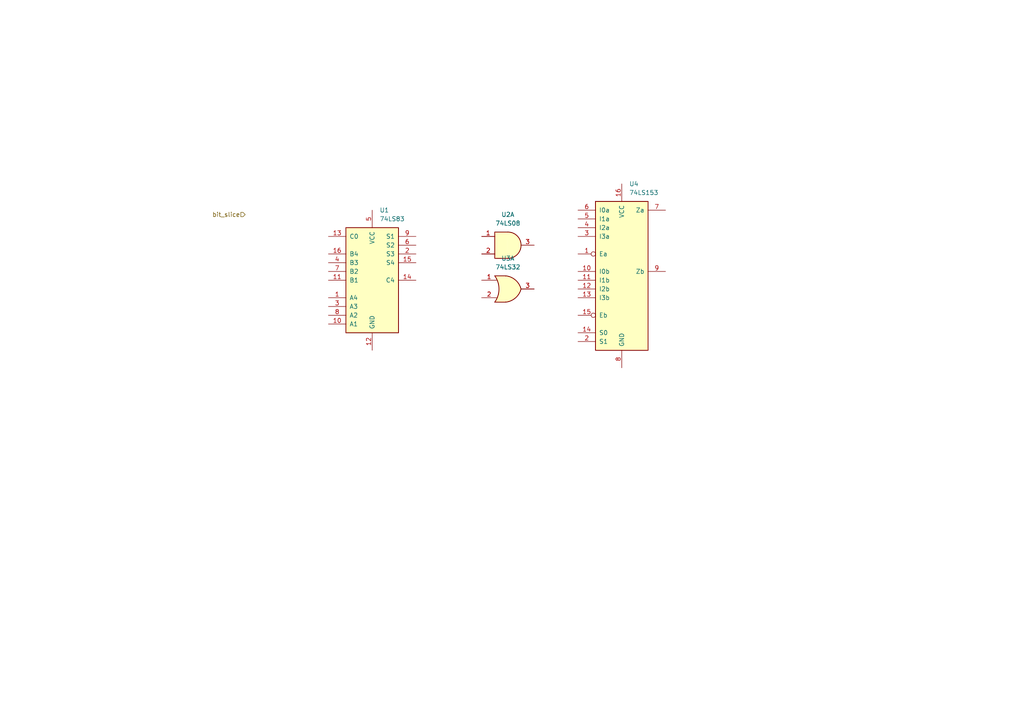
<source format=kicad_sch>
(kicad_sch (version 20250114) (generator "eeschema") (generator_version "9.0")
  (paper "A4")
  (lib_symbols
    (symbol "74xx:74LS08" (pin_names (offset 1.016))
      (property "Reference" "U" (at 0 1.27 0))
      (property "Value" "74LS08" (at 0 -1.27 0))
      (symbol "74LS08_1_1"
        (arc (start 0 3.81) (mid 3.7934 0) (end 0 -3.81) (stroke (width 0.254)) (fill (type background)))
        (polyline (pts (xy 0 3.81) (xy -3.81 3.81) (xy -3.81 -3.81) (xy 0 -3.81)) (stroke (width 0.254)) (fill (type background)))
        (pin input line (at -7.62 2.54 0) (length 3.81) (name "~") (number "1"))
        (pin input line (at -7.62 -2.54 0) (length 3.81) (name "~") (number "2"))
        (pin output line (at 7.62 0 180) (length 3.81) (name "~") (number "3"))
      )
      (symbol "74LS08_1_2"
        (arc (start -3.81 3.81) (mid -2.589 0) (end -3.81 -3.81) (stroke (width 0.254)))
        (polyline (pts (xy -3.81 3.81) (xy -0.635 3.81)) (stroke (width 0.254)) (fill (type background)))
        (polyline (pts (xy -3.81 -3.81) (xy -0.635 -3.81)) (stroke (width 0.254)) (fill (type background)))
        (arc (start 3.81 0) (mid 2.1855 -2.584) (end -0.6096 -3.81) (stroke (width 0.254)) (fill (type background)))
        (arc (start -0.6096 3.81) (mid 2.1928 2.5924) (end 3.81 0) (stroke (width 0.254)) (fill (type background)))
        (polyline (pts (xy -0.635 3.81) (xy -3.81 3.81) (xy -3.81 3.81) (xy -3.556 3.4036) (xy -3.0226 2.2606) (xy -2.6924 1.0414) (xy -2.6162 -0.254) (xy -2.7686 -1.4986) (xy -3.175 -2.7178) (xy -3.81 -3.81) (xy -3.81 -3.81) (xy -0.635 -3.81)) (stroke (width -25.4)) (fill (type background)))
        (pin input inverted (at -7.62 2.54 0) (length 4.318) (name "~") (number "1"))
        (pin input inverted (at -7.62 -2.54 0) (length 4.318) (name "~") (number "2"))
        (pin output inverted (at 7.62 0 180) (length 3.81) (name "~") (number "3"))
      )
      (symbol "74LS08_2_1"
        (arc (start 0 3.81) (mid 3.7934 0) (end 0 -3.81) (stroke (width 0.254)) (fill (type background)))
        (polyline (pts (xy 0 3.81) (xy -3.81 3.81) (xy -3.81 -3.81) (xy 0 -3.81)) (stroke (width 0.254)) (fill (type background)))
        (pin input line (at -7.62 2.54 0) (length 3.81) (name "~") (number "4"))
        (pin input line (at -7.62 -2.54 0) (length 3.81) (name "~") (number "5"))
        (pin output line (at 7.62 0 180) (length 3.81) (name "~") (number "6"))
      )
      (symbol "74LS08_2_2"
        (arc (start -3.81 3.81) (mid -2.589 0) (end -3.81 -3.81) (stroke (width 0.254)))
        (polyline (pts (xy -3.81 3.81) (xy -0.635 3.81)) (stroke (width 0.254)) (fill (type background)))
        (polyline (pts (xy -3.81 -3.81) (xy -0.635 -3.81)) (stroke (width 0.254)) (fill (type background)))
        (arc (start 3.81 0) (mid 2.1855 -2.584) (end -0.6096 -3.81) (stroke (width 0.254)) (fill (type background)))
        (arc (start -0.6096 3.81) (mid 2.1928 2.5924) (end 3.81 0) (stroke (width 0.254)) (fill (type background)))
        (polyline (pts (xy -0.635 3.81) (xy -3.81 3.81) (xy -3.81 3.81) (xy -3.556 3.4036) (xy -3.0226 2.2606) (xy -2.6924 1.0414) (xy -2.6162 -0.254) (xy -2.7686 -1.4986) (xy -3.175 -2.7178) (xy -3.81 -3.81) (xy -3.81 -3.81) (xy -0.635 -3.81)) (stroke (width -25.4)) (fill (type background)))
        (pin input inverted (at -7.62 2.54 0) (length 4.318) (name "~") (number "4"))
        (pin input inverted (at -7.62 -2.54 0) (length 4.318) (name "~") (number "5"))
        (pin output inverted (at 7.62 0 180) (length 3.81) (name "~") (number "6"))
      )
      (symbol "74LS08_3_1"
        (arc (start 0 3.81) (mid 3.7934 0) (end 0 -3.81) (stroke (width 0.254)) (fill (type background)))
        (polyline (pts (xy 0 3.81) (xy -3.81 3.81) (xy -3.81 -3.81) (xy 0 -3.81)) (stroke (width 0.254)) (fill (type background)))
        (pin input line (at -7.62 2.54 0) (length 3.81) (name "~") (number "9"))
        (pin input line (at -7.62 -2.54 0) (length 3.81) (name "~") (number "10"))
        (pin output line (at 7.62 0 180) (length 3.81) (name "~") (number "8"))
      )
      (symbol "74LS08_3_2"
        (arc (start -3.81 3.81) (mid -2.589 0) (end -3.81 -3.81) (stroke (width 0.254)))
        (polyline (pts (xy -3.81 3.81) (xy -0.635 3.81)) (stroke (width 0.254)) (fill (type background)))
        (polyline (pts (xy -3.81 -3.81) (xy -0.635 -3.81)) (stroke (width 0.254)) (fill (type background)))
        (arc (start 3.81 0) (mid 2.1855 -2.584) (end -0.6096 -3.81) (stroke (width 0.254)) (fill (type background)))
        (arc (start -0.6096 3.81) (mid 2.1928 2.5924) (end 3.81 0) (stroke (width 0.254)) (fill (type background)))
        (polyline (pts (xy -0.635 3.81) (xy -3.81 3.81) (xy -3.81 3.81) (xy -3.556 3.4036) (xy -3.0226 2.2606) (xy -2.6924 1.0414) (xy -2.6162 -0.254) (xy -2.7686 -1.4986) (xy -3.175 -2.7178) (xy -3.81 -3.81) (xy -3.81 -3.81) (xy -0.635 -3.81)) (stroke (width -25.4)) (fill (type background)))
        (pin input inverted (at -7.62 2.54 0) (length 4.318) (name "~") (number "9"))
        (pin input inverted (at -7.62 -2.54 0) (length 4.318) (name "~") (number "10"))
        (pin output inverted (at 7.62 0 180) (length 3.81) (name "~") (number "8"))
      )
      (symbol "74LS08_4_1"
        (arc (start 0 3.81) (mid 3.7934 0) (end 0 -3.81) (stroke (width 0.254)) (fill (type background)))
        (polyline (pts (xy 0 3.81) (xy -3.81 3.81) (xy -3.81 -3.81) (xy 0 -3.81)) (stroke (width 0.254)) (fill (type background)))
        (pin input line (at -7.62 2.54 0) (length 3.81) (name "~") (number "12"))
        (pin input line (at -7.62 -2.54 0) (length 3.81) (name "~") (number "13"))
        (pin output line (at 7.62 0 180) (length 3.81) (name "~") (number "11"))
      )
      (symbol "74LS08_4_2"
        (arc (start -3.81 3.81) (mid -2.589 0) (end -3.81 -3.81) (stroke (width 0.254)))
        (polyline (pts (xy -3.81 3.81) (xy -0.635 3.81)) (stroke (width 0.254)) (fill (type background)))
        (polyline (pts (xy -3.81 -3.81) (xy -0.635 -3.81)) (stroke (width 0.254)) (fill (type background)))
        (arc (start 3.81 0) (mid 2.1855 -2.584) (end -0.6096 -3.81) (stroke (width 0.254)) (fill (type background)))
        (arc (start -0.6096 3.81) (mid 2.1928 2.5924) (end 3.81 0) (stroke (width 0.254)) (fill (type background)))
        (polyline (pts (xy -0.635 3.81) (xy -3.81 3.81) (xy -3.81 3.81) (xy -3.556 3.4036) (xy -3.0226 2.2606) (xy -2.6924 1.0414) (xy -2.6162 -0.254) (xy -2.7686 -1.4986) (xy -3.175 -2.7178) (xy -3.81 -3.81) (xy -3.81 -3.81) (xy -0.635 -3.81)) (stroke (width -25.4)) (fill (type background)))
        (pin input inverted (at -7.62 2.54 0) (length 4.318) (name "~") (number "12"))
        (pin input inverted (at -7.62 -2.54 0) (length 4.318) (name "~") (number "13"))
        (pin output inverted (at 7.62 0 180) (length 3.81) (name "~") (number "11"))
      )
      (symbol "74LS08_5_0"
        (pin power_in line (at 0 12.7 270) (length 5.08) (name "VCC") (number "14"))
        (pin power_in line (at 0 -12.7 90) (length 5.08) (name "GND") (number "7"))
      )
      (symbol "74LS08_5_1"
        (rectangle (start -5.08 7.62) (end 5.08 -7.62) (stroke (width 0.254)) (fill (type background)))
      )
    )
    (symbol "74xx:74LS153" (pin_names (offset 1.016))
      (property "Reference" "U" (at -7.62 21.59 0))
      (property "Value" "74LS153" (at -7.62 -24.13 0))
      (symbol "74LS153_1_0"
        (pin input line (at -12.7 17.78 0) (length 5.08) (name "I0a") (number "6"))
        (pin input line (at -12.7 15.24 0) (length 5.08) (name "I1a") (number "5"))
        (pin input line (at -12.7 12.7 0) (length 5.08) (name "I2a") (number "4"))
        (pin input line (at -12.7 10.16 0) (length 5.08) (name "I3a") (number "3"))
        (pin input inverted (at -12.7 5.08 0) (length 5.08) (name "Ea") (number "1"))
        (pin input line (at -12.7 0 0) (length 5.08) (name "I0b") (number "10"))
        (pin input line (at -12.7 -2.54 0) (length 5.08) (name "I1b") (number "11"))
        (pin input line (at -12.7 -5.08 0) (length 5.08) (name "I2b") (number "12"))
        (pin input line (at -12.7 -7.62 0) (length 5.08) (name "I3b") (number "13"))
        (pin input inverted (at -12.7 -12.7 0) (length 5.08) (name "Eb") (number "15"))
        (pin input line (at -12.7 -17.78 0) (length 5.08) (name "S0") (number "14"))
        (pin input line (at -12.7 -20.32 0) (length 5.08) (name "S1") (number "2"))
        (pin power_in line (at 0 25.4 270) (length 5.08) (name "VCC") (number "16"))
        (pin power_in line (at 0 -27.94 90) (length 5.08) (name "GND") (number "8"))
        (pin output line (at 12.7 17.78 180) (length 5.08) (name "Za") (number "7"))
        (pin output line (at 12.7 0 180) (length 5.08) (name "Zb") (number "9"))
      )
      (symbol "74LS153_1_1"
        (rectangle (start -7.62 20.32) (end 7.62 -22.86) (stroke (width 0.254)) (fill (type background)))
      )
    )
    (symbol "74xx:74LS32" (pin_names (offset 1.016))
      (property "Reference" "U" (at 0 1.27 0))
      (property "Value" "74LS32" (at 0 -1.27 0))
      (symbol "74LS32_1_1"
        (arc (start -3.81 3.81) (mid -2.589 0) (end -3.81 -3.81) (stroke (width 0.254)))
        (polyline (pts (xy -3.81 3.81) (xy -0.635 3.81)) (stroke (width 0.254)) (fill (type background)))
        (polyline (pts (xy -3.81 -3.81) (xy -0.635 -3.81)) (stroke (width 0.254)) (fill (type background)))
        (arc (start 3.81 0) (mid 2.1855 -2.584) (end -0.6096 -3.81) (stroke (width 0.254)) (fill (type background)))
        (arc (start -0.6096 3.81) (mid 2.1928 2.5924) (end 3.81 0) (stroke (width 0.254)) (fill (type background)))
        (polyline (pts (xy -0.635 3.81) (xy -3.81 3.81) (xy -3.81 3.81) (xy -3.556 3.4036) (xy -3.0226 2.2606) (xy -2.6924 1.0414) (xy -2.6162 -0.254) (xy -2.7686 -1.4986) (xy -3.175 -2.7178) (xy -3.81 -3.81) (xy -3.81 -3.81) (xy -0.635 -3.81)) (stroke (width -25.4)) (fill (type background)))
        (pin input line (at -7.62 2.54 0) (length 4.318) (name "~") (number "1"))
        (pin input line (at -7.62 -2.54 0) (length 4.318) (name "~") (number "2"))
        (pin output line (at 7.62 0 180) (length 3.81) (name "~") (number "3"))
      )
      (symbol "74LS32_1_2"
        (arc (start 0 3.81) (mid 3.7934 0) (end 0 -3.81) (stroke (width 0.254)) (fill (type background)))
        (polyline (pts (xy 0 3.81) (xy -3.81 3.81) (xy -3.81 -3.81) (xy 0 -3.81)) (stroke (width 0.254)) (fill (type background)))
        (pin input inverted (at -7.62 2.54 0) (length 3.81) (name "~") (number "1"))
        (pin input inverted (at -7.62 -2.54 0) (length 3.81) (name "~") (number "2"))
        (pin output inverted (at 7.62 0 180) (length 3.81) (name "~") (number "3"))
      )
      (symbol "74LS32_2_1"
        (arc (start -3.81 3.81) (mid -2.589 0) (end -3.81 -3.81) (stroke (width 0.254)))
        (polyline (pts (xy -3.81 3.81) (xy -0.635 3.81)) (stroke (width 0.254)) (fill (type background)))
        (polyline (pts (xy -3.81 -3.81) (xy -0.635 -3.81)) (stroke (width 0.254)) (fill (type background)))
        (arc (start 3.81 0) (mid 2.1855 -2.584) (end -0.6096 -3.81) (stroke (width 0.254)) (fill (type background)))
        (arc (start -0.6096 3.81) (mid 2.1928 2.5924) (end 3.81 0) (stroke (width 0.254)) (fill (type background)))
        (polyline (pts (xy -0.635 3.81) (xy -3.81 3.81) (xy -3.81 3.81) (xy -3.556 3.4036) (xy -3.0226 2.2606) (xy -2.6924 1.0414) (xy -2.6162 -0.254) (xy -2.7686 -1.4986) (xy -3.175 -2.7178) (xy -3.81 -3.81) (xy -3.81 -3.81) (xy -0.635 -3.81)) (stroke (width -25.4)) (fill (type background)))
        (pin input line (at -7.62 2.54 0) (length 4.318) (name "~") (number "4"))
        (pin input line (at -7.62 -2.54 0) (length 4.318) (name "~") (number "5"))
        (pin output line (at 7.62 0 180) (length 3.81) (name "~") (number "6"))
      )
      (symbol "74LS32_2_2"
        (arc (start 0 3.81) (mid 3.7934 0) (end 0 -3.81) (stroke (width 0.254)) (fill (type background)))
        (polyline (pts (xy 0 3.81) (xy -3.81 3.81) (xy -3.81 -3.81) (xy 0 -3.81)) (stroke (width 0.254)) (fill (type background)))
        (pin input inverted (at -7.62 2.54 0) (length 3.81) (name "~") (number "4"))
        (pin input inverted (at -7.62 -2.54 0) (length 3.81) (name "~") (number "5"))
        (pin output inverted (at 7.62 0 180) (length 3.81) (name "~") (number "6"))
      )
      (symbol "74LS32_3_1"
        (arc (start -3.81 3.81) (mid -2.589 0) (end -3.81 -3.81) (stroke (width 0.254)))
        (polyline (pts (xy -3.81 3.81) (xy -0.635 3.81)) (stroke (width 0.254)) (fill (type background)))
        (polyline (pts (xy -3.81 -3.81) (xy -0.635 -3.81)) (stroke (width 0.254)) (fill (type background)))
        (arc (start 3.81 0) (mid 2.1855 -2.584) (end -0.6096 -3.81) (stroke (width 0.254)) (fill (type background)))
        (arc (start -0.6096 3.81) (mid 2.1928 2.5924) (end 3.81 0) (stroke (width 0.254)) (fill (type background)))
        (polyline (pts (xy -0.635 3.81) (xy -3.81 3.81) (xy -3.81 3.81) (xy -3.556 3.4036) (xy -3.0226 2.2606) (xy -2.6924 1.0414) (xy -2.6162 -0.254) (xy -2.7686 -1.4986) (xy -3.175 -2.7178) (xy -3.81 -3.81) (xy -3.81 -3.81) (xy -0.635 -3.81)) (stroke (width -25.4)) (fill (type background)))
        (pin input line (at -7.62 2.54 0) (length 4.318) (name "~") (number "9"))
        (pin input line (at -7.62 -2.54 0) (length 4.318) (name "~") (number "10"))
        (pin output line (at 7.62 0 180) (length 3.81) (name "~") (number "8"))
      )
      (symbol "74LS32_3_2"
        (arc (start 0 3.81) (mid 3.7934 0) (end 0 -3.81) (stroke (width 0.254)) (fill (type background)))
        (polyline (pts (xy 0 3.81) (xy -3.81 3.81) (xy -3.81 -3.81) (xy 0 -3.81)) (stroke (width 0.254)) (fill (type background)))
        (pin input inverted (at -7.62 2.54 0) (length 3.81) (name "~") (number "9"))
        (pin input inverted (at -7.62 -2.54 0) (length 3.81) (name "~") (number "10"))
        (pin output inverted (at 7.62 0 180) (length 3.81) (name "~") (number "8"))
      )
      (symbol "74LS32_4_1"
        (arc (start -3.81 3.81) (mid -2.589 0) (end -3.81 -3.81) (stroke (width 0.254)))
        (polyline (pts (xy -3.81 3.81) (xy -0.635 3.81)) (stroke (width 0.254)) (fill (type background)))
        (polyline (pts (xy -3.81 -3.81) (xy -0.635 -3.81)) (stroke (width 0.254)) (fill (type background)))
        (arc (start 3.81 0) (mid 2.1855 -2.584) (end -0.6096 -3.81) (stroke (width 0.254)) (fill (type background)))
        (arc (start -0.6096 3.81) (mid 2.1928 2.5924) (end 3.81 0) (stroke (width 0.254)) (fill (type background)))
        (polyline (pts (xy -0.635 3.81) (xy -3.81 3.81) (xy -3.81 3.81) (xy -3.556 3.4036) (xy -3.0226 2.2606) (xy -2.6924 1.0414) (xy -2.6162 -0.254) (xy -2.7686 -1.4986) (xy -3.175 -2.7178) (xy -3.81 -3.81) (xy -3.81 -3.81) (xy -0.635 -3.81)) (stroke (width -25.4)) (fill (type background)))
        (pin input line (at -7.62 2.54 0) (length 4.318) (name "~") (number "12"))
        (pin input line (at -7.62 -2.54 0) (length 4.318) (name "~") (number "13"))
        (pin output line (at 7.62 0 180) (length 3.81) (name "~") (number "11"))
      )
      (symbol "74LS32_4_2"
        (arc (start 0 3.81) (mid 3.7934 0) (end 0 -3.81) (stroke (width 0.254)) (fill (type background)))
        (polyline (pts (xy 0 3.81) (xy -3.81 3.81) (xy -3.81 -3.81) (xy 0 -3.81)) (stroke (width 0.254)) (fill (type background)))
        (pin input inverted (at -7.62 2.54 0) (length 3.81) (name "~") (number "12"))
        (pin input inverted (at -7.62 -2.54 0) (length 3.81) (name "~") (number "13"))
        (pin output inverted (at 7.62 0 180) (length 3.81) (name "~") (number "11"))
      )
      (symbol "74LS32_5_0"
        (pin power_in line (at 0 12.7 270) (length 5.08) (name "VCC") (number "14"))
        (pin power_in line (at 0 -12.7 90) (length 5.08) (name "GND") (number "7"))
      )
      (symbol "74LS32_5_1"
        (rectangle (start -5.08 7.62) (end 5.08 -7.62) (stroke (width 0.254)) (fill (type background)))
      )
    )
    (symbol "74xx:74LS83" (pin_names (offset 1.016))
      (property "Reference" "U" (at -7.62 16.51 0))
      (property "Value" "74LS83" (at -7.62 -16.51 0))
      (symbol "74LS83_1_0"
        (pin input line (at -12.7 12.7 0) (length 5.08) (name "C0") (number "13"))
        (pin input line (at -12.7 7.62 0) (length 5.08) (name "B4") (number "16"))
        (pin input line (at -12.7 5.08 0) (length 5.08) (name "B3") (number "4"))
        (pin input line (at -12.7 2.54 0) (length 5.08) (name "B2") (number "7"))
        (pin input line (at -12.7 0 0) (length 5.08) (name "B1") (number "11"))
        (pin input line (at -12.7 -5.08 0) (length 5.08) (name "A4") (number "1"))
        (pin input line (at -12.7 -7.62 0) (length 5.08) (name "A3") (number "3"))
        (pin input line (at -12.7 -10.16 0) (length 5.08) (name "A2") (number "8"))
        (pin input line (at -12.7 -12.7 0) (length 5.08) (name "A1") (number "10"))
        (pin power_in line (at 0 20.32 270) (length 5.08) (name "VCC") (number "5"))
        (pin power_in line (at 0 -20.32 90) (length 5.08) (name "GND") (number "12"))
        (pin output line (at 12.7 12.7 180) (length 5.08) (name "S1") (number "9"))
        (pin output line (at 12.7 10.16 180) (length 5.08) (name "S2") (number "6"))
        (pin output line (at 12.7 7.62 180) (length 5.08) (name "S3") (number "2"))
        (pin output line (at 12.7 5.08 180) (length 5.08) (name "S4") (number "15"))
        (pin output line (at 12.7 0 180) (length 5.08) (name "C4") (number "14"))
      )
      (symbol "74LS83_1_1"
        (rectangle (start -7.62 15.24) (end 7.62 -15.24) (stroke (width 0.254)) (fill (type background)))
      )
    )
  )
  (hierarchical_label "bit_slice" (shape input) (at 71.12 62.23 180))
  (symbol (lib_id "74xx:74LS32") (at 147.32 83.82 0) (unit 1)
    (property "Reference" "U3" (at 147.32 74.93 0))
    (property "Value" "74LS32" (at 147.32 77.47 0))
    (property "Datasheet" "http://www.ti.com/lit/gpn/sn74LS32" (effects (hide yes)))
    (property "Description" "Quad 2-input OR" (effects (hide yes)))
  )
  (symbol (lib_id "74xx:74LS83") (at 107.95 81.28 0) (unit 1)
    (property "Reference" "U1" (at 110.0933 60.96 0) (effects (justify left)))
    (property "Value" "74LS83" (at 110.0933 63.5 0) (effects (justify left)))
    (property "Datasheet" "http://www.ti.com/lit/gpn/sn74LS83" (effects (hide yes)))
    (property "Description" "4-bit Full Adder" (effects (hide yes)))
  )
  (symbol (lib_id "74xx:74LS153") (at 180.34 78.74 0) (unit 1)
    (property "Reference" "U4" (at 182.4833 53.34 0) (effects (justify left)))
    (property "Value" "74LS153" (at 182.4833 55.88 0) (effects (justify left)))
    (property "Datasheet" "http://www.ti.com/lit/gpn/sn74LS153" (effects (hide yes)))
    (property "Description" "Dual Multiplexer 4 to 1" (effects (hide yes)))
  )
  (symbol (lib_id "74xx:74LS08") (at 147.32 71.12 0) (unit 1)
    (property "Reference" "U2" (at 147.3117 62.23 0))
    (property "Value" "74LS08" (at 147.3117 64.77 0))
    (property "Datasheet" "http://www.ti.com/lit/gpn/sn74LS08" (effects (hide yes)))
    (property "Description" "Quad And2" (effects (hide yes)))
  )
)
</source>
